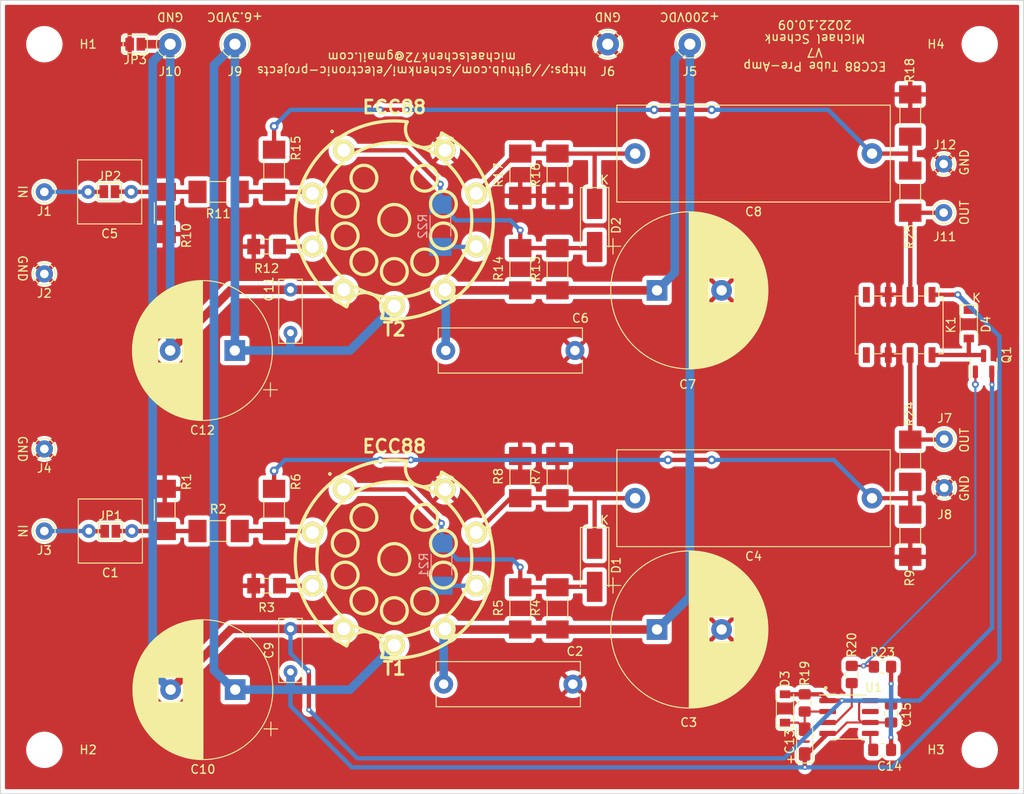
<source format=kicad_pcb>
(kicad_pcb (version 20211014) (generator pcbnew)
  (layers (0 "F.Cu" signal) (31 "B.Cu" signal) (34 "B.Paste" user) (35 "F.Paste" user) (36 "B.SilkS" user "B.Silkscreen") (37 "F.SilkS" user "F.Silkscreen") (38 "B.Mask" user) (39 "F.Mask" user) (44 "Edge.Cuts" user))
  (net 0 "")
  (net 1 "Net-(C1-Pad2)")
  (net 2 "Net-(C1-Pad1)")
  (net 3 "GND")
  (net 4 "VDDA")
  (net 5 "Net-(C4-Pad2)")
  (net 6 "Net-(C4-Pad1)")
  (net 7 "VDDF")
  (net 8 "Net-(R2-Pad1)")
  (net 9 "Net-(R3-Pad1)")
  (net 10 "Net-(C5-Pad2)")
  (net 11 "Net-(C5-Pad1)")
  (net 12 "Net-(C8-Pad2)")
  (net 13 "Net-(C8-Pad1)")
  (net 14 "Net-(R11-Pad1)")
  (net 15 "Net-(R12-Pad1)")
  (net 16 "Net-(D1-Pad2)")
  (net 17 "Net-(D2-Pad2)")
  (net 18 "Net-(R21-Pad2)")
  (net 19 "Net-(R22-Pad2)")
  (net 20 "Net-(C13-Pad2)")
  (net 21 "Net-(C14-Pad1)")
  (net 22 "Net-(D4-Pad2)")
  (net 23 "Net-(J11-Pad1)")
  (net 24 "Net-(Q1-Pad1)")
  (net 25 "Net-(R20-Pad2)")
  (net 26 "Net-(J7-Pad1)")
  (net 30 "FGND")
  (footprint "kicad-snk:TubeNoval-ECC88" (layer "F.Cu") (at 84.43976 135.9789 180)
    (fp_text reference "T1" (at 0 -12.7) (layer "F.SilkS") (effects (font (size 1.524 1.524) (thickness 0.3048))))
    (fp_text value "ECC88" (at 0 13.09878) (layer "F.SilkS") (effects (font (size 1.524 1.524) (thickness 0.3048))))
    (pad "1" thru_hole circle locked (at 5.87756 8.0899 180) (size 2.49936 2.49936) (drill 1.4986) (layers *.Cu *.Mask "F.SilkS") (net 16 "Net-(D1-Pad2)"))
    (pad "2" thru_hole circle locked (at 9.50976 3.0861 180) (size 2.49936 2.49936) (drill 1.4986) (layers *.Cu *.Mask "F.SilkS") (net 8 "Net-(R2-Pad1)"))
    (pad "3" thru_hole circle locked (at 9.50976 -3.0861 180) (size 2.49936 2.49936) (drill 1.4986) (layers *.Cu *.Mask "F.SilkS") (net 9 "Net-(R3-Pad1)"))
    (pad "4" thru_hole circle locked (at 5.87756 -8.0899 180) (size 2.49936 2.49936) (drill 1.4986) (layers *.Cu *.Mask "F.SilkS") (net 30 "FGND"))
    (pad "5" thru_hole circle locked (at 0 -9.99998 180) (size 2.49936 2.49936) (drill 1.4986) (layers *.Cu *.Mask "F.SilkS") (net 7 "VDDF"))
    (pad "6" thru_hole circle locked (at -5.87756 -8.0899 180) (size 2.49936 2.49936) (drill 1.4986) (layers *.Cu *.Mask "F.SilkS") (net 4 "VDDA"))
    (pad "7" thru_hole circle locked (at -9.50976 -3.0861 180) (size 2.49936 2.49936) (drill 1.4986) (layers *.Cu *.Mask "F.SilkS") (net 18 "Net-(R21-Pad2)"))
    (pad "8" thru_hole circle locked (at -9.50976 3.0861 180) (size 2.49936 2.49936) (drill 1.4986) (layers *.Cu *.Mask "F.SilkS") (net 5 "Net-(C4-Pad2)"))
    (pad "9" thru_hole circle locked (at -5.87756 8.0899 180) (size 2.49936 2.49936) (drill 1.4986) (layers *.Cu *.Mask "F.SilkS") (net 3 "GND"))
  )
  (footprint "Capacitor_THT:C_Rect_L7.2mm_W7.2mm_P5.00mm_FKS2_FKP2_MKS2_MKP2" (layer "F.Cu") (at 53.975 132.715 180)
    (fp_text reference "C1" (at 2.5 -4.85) (layer "F.SilkS"))
    (fp_text value "3.3uF")
    (pad "1" thru_hole circle (at 0 0 180) (size 1.6 1.6) (drill 0.8) (layers *.Cu *.Mask) (net 2 "Net-(C1-Pad1)"))
    (pad "2" thru_hole circle (at 5 0 180) (size 1.6 1.6) (drill 0.8) (layers *.Cu *.Mask) (net 1 "Net-(C1-Pad2)"))
  )
  (footprint "Capacitor_THT:C_Rect_L16.5mm_W5.0mm_P15.00mm_MKT" (layer "F.Cu") (at 90.17 150.495)
    (fp_text reference "C2" (at 15.24 -3.81) (layer "F.SilkS"))
    (fp_text value "100nF")
    (pad "1" thru_hole circle (at 0 0) (size 2.2 2.2) (drill 1.1) (layers *.Cu *.Mask) (net 4 "VDDA"))
    (pad "2" thru_hole circle (at 15 0) (size 2.2 2.2) (drill 1.1) (layers *.Cu *.Mask) (net 3 "GND"))
  )
  (footprint "Capacitor_THT:CP_Radial_D18.0mm_P7.50mm" (layer "F.Cu") (at 114.935 144.145)
    (fp_text reference "C3" (at 3.683 10.795) (layer "F.SilkS"))
    (fp_text value "100uF")
    (pad "1" thru_hole rect (at 0 0) (size 2.4 2.4) (drill 1.2) (layers *.Cu *.Mask) (net 4 "VDDA"))
    (pad "2" thru_hole circle (at 7.5 0) (size 2.4 2.4) (drill 1.2) (layers *.Cu *.Mask) (net 3 "GND"))
  )
  (footprint "Capacitor_THT:C_Rect_L31.5mm_W11.0mm_P27.50mm_MKS4" (layer "F.Cu") (at 139.895 128.905 180)
    (fp_text reference "C4" (at 13.75 -6.75) (layer "F.SilkS"))
    (fp_text value "2.2uF")
    (pad "1" thru_hole circle (at 0 0 180) (size 2.4 2.4) (drill 1.2) (layers *.Cu *.Mask) (net 6 "Net-(C4-Pad1)"))
    (pad "2" thru_hole circle (at 27.5 0 180) (size 2.4 2.4) (drill 1.2) (layers *.Cu *.Mask) (net 5 "Net-(C4-Pad2)"))
  )
  (footprint "MountingHole:MountingHole_3.2mm_M3" (layer "F.Cu") (at 43.815 76.2)
    (fp_text reference "H1" (at 5.08 0) (layer "F.SilkS"))
    (fp_text value "MountingHole")
    (pad "" np_thru_hole circle (at 0 0) (size 3.2 3.2) (drill 3.2) (layers *.Cu *.Mask))
  )
  (footprint "MountingHole:MountingHole_3.2mm_M3" (layer "F.Cu") (at 43.815 158.115)
    (fp_text reference "H2" (at 5.08 0) (layer "F.SilkS"))
    (fp_text value "MountingHole")
    (pad "" np_thru_hole circle (at 0 0) (size 3.2 3.2) (drill 3.2) (layers *.Cu *.Mask))
  )
  (footprint "MountingHole:MountingHole_3.2mm_M3" (layer "F.Cu") (at 152.4 158.115)
    (fp_text reference "H3" (at -5.08 0) (layer "F.SilkS"))
    (fp_text value "MountingHole")
    (pad "" np_thru_hole circle (at 0 0) (size 3.2 3.2) (drill 3.2) (layers *.Cu *.Mask))
  )
  (footprint "MountingHole:MountingHole_3.2mm_M3" (layer "F.Cu") (at 152.4 76.2)
    (fp_text reference "H4" (at -5.08 0) (layer "F.SilkS"))
    (fp_text value "MountingHole")
    (pad "" np_thru_hole circle (at 0 0) (size 3.2 3.2) (drill 3.2) (layers *.Cu *.Mask))
  )
  (footprint "Connector_Pin:Pin_D1.0mm_L10.0mm" (layer "F.Cu") (at 43.815 132.715)
    (fp_text reference "J3" (at 0 2.25) (layer "F.SilkS"))
    (fp_text value "Conn_01x01")
    (pad "1" thru_hole circle (at 0 0) (size 2 2) (drill 1) (layers *.Cu *.Mask) (net 1 "Net-(C1-Pad2)"))
  )
  (footprint "Connector_Pin:Pin_D1.0mm_L10.0mm" (layer "F.Cu") (at 43.815 123.19)
    (fp_text reference "J4" (at 0 2.25) (layer "F.SilkS"))
    (fp_text value "Conn_01x01")
    (pad "1" thru_hole circle (at 0 0) (size 2 2) (drill 1) (layers *.Cu *.Mask) (net 3 "GND"))
  )
  (footprint "Connector_Pin:Pin_D1.3mm_L11.0mm" (layer "F.Cu") (at 118.745 76.2)
    (fp_text reference "J5" (at 0 3.175) (layer "F.SilkS"))
    (fp_text value "Conn_01x01")
    (pad "1" thru_hole circle (at 0 0) (size 2.6 2.6) (drill 1.3) (layers *.Cu *.Mask) (net 4 "VDDA"))
  )
  (footprint "Connector_Pin:Pin_D1.3mm_L11.0mm" (layer "F.Cu") (at 109.22 76.2)
    (fp_text reference "J6" (at 0 3.175) (layer "F.SilkS"))
    (fp_text value "Conn_01x01")
    (pad "1" thru_hole circle (at 0 0) (size 2.6 2.6) (drill 1.3) (layers *.Cu *.Mask) (net 3 "GND"))
  )
  (footprint "Connector_Pin:Pin_D1.0mm_L10.0mm" (layer "F.Cu") (at 148.2725 127.6985)
    (fp_text reference "J8" (at 0.0635 3.1115) (layer "F.SilkS"))
    (fp_text value "Conn_01x01")
    (pad "1" thru_hole circle (at 0 0) (size 2 2) (drill 1) (layers *.Cu *.Mask) (net 3 "GND"))
  )
  (footprint "Resistor_SMD:R_MELF_MMB-0207" (layer "F.Cu") (at 57.785 130.265 90)
    (fp_text reference "R1" (at 3.265 2.54 90) (layer "F.SilkS"))
    (fp_text value "1Meg")
    (pad "1" smd rect (at -2.45 0 90) (size 2.1 2.6) (layers "F.Cu" "F.Paste" "F.Mask") (net 2 "Net-(C1-Pad1)"))
    (pad "2" smd rect (at 2.45 0 90) (size 2.1 2.6) (layers "F.Cu" "F.Paste" "F.Mask") (net 3 "GND"))
  )
  (footprint "Resistor_SMD:R_MELF_MMB-0207" (layer "F.Cu") (at 64.045 132.715 180)
    (fp_text reference "R2" (at 0.05 2.54) (layer "F.SilkS"))
    (fp_text value "10k/47k")
    (pad "1" smd rect (at -2.45 0 180) (size 2.1 2.6) (layers "F.Cu" "F.Paste" "F.Mask") (net 8 "Net-(R2-Pad1)"))
    (pad "2" smd rect (at 2.45 0 180) (size 2.1 2.6) (layers "F.Cu" "F.Paste" "F.Mask") (net 2 "Net-(C1-Pad1)"))
  )
  (footprint "Resistor_SMD:R_MiniMELF_MMA-0204" (layer "F.Cu") (at 69.62 139.065 180)
    (fp_text reference "R3" (at 0 -2.54) (layer "F.SilkS"))
    (fp_text value "1.21k")
    (pad "1" smd rect (at -1.5 0 180) (size 1.5 1.8) (layers "F.Cu" "F.Paste" "F.Mask") (net 9 "Net-(R3-Pad1)"))
    (pad "2" smd rect (at 1.5 0 180) (size 1.5 1.8) (layers "F.Cu" "F.Paste" "F.Mask") (net 3 "GND"))
  )
  (footprint "Resistor_SMD:R_MELF_MMB-0207" (layer "F.Cu") (at 103.378 141.695 90)
    (fp_text reference "R4" (at 0.05 -2.54 90) (layer "F.SilkS"))
    (fp_text value "56k")
    (pad "1" smd rect (at -2.45 0 90) (size 2.1 2.6) (layers "F.Cu" "F.Paste" "F.Mask") (net 4 "VDDA"))
    (pad "2" smd rect (at 2.45 0 90) (size 2.1 2.6) (layers "F.Cu" "F.Paste" "F.Mask") (net 16 "Net-(D1-Pad2)"))
  )
  (footprint "Resistor_SMD:R_MELF_MMB-0207" (layer "F.Cu") (at 99.06 141.695 90)
    (fp_text reference "R5" (at 0.05 -2.54 90) (layer "F.SilkS"))
    (fp_text value "39k")
    (pad "1" smd rect (at -2.45 0 90) (size 2.1 2.6) (layers "F.Cu" "F.Paste" "F.Mask") (net 4 "VDDA"))
    (pad "2" smd rect (at 2.45 0 90) (size 2.1 2.6) (layers "F.Cu" "F.Paste" "F.Mask") (net 16 "Net-(D1-Pad2)"))
  )
  (footprint "Resistor_SMD:R_MELF_MMB-0207" (layer "F.Cu") (at 70.485 130.265 -90)
    (fp_text reference "R6" (at -3.265 -2.54 90) (layer "F.SilkS"))
    (fp_text value "22k/100k")
    (pad "1" smd rect (at -2.45 0 270) (size 2.1 2.6) (layers "F.Cu" "F.Paste" "F.Mask") (net 6 "Net-(C4-Pad1)"))
    (pad "2" smd rect (at 2.45 0 270) (size 2.1 2.6) (layers "F.Cu" "F.Paste" "F.Mask") (net 8 "Net-(R2-Pad1)"))
  )
  (footprint "Resistor_SMD:R_MELF_MMB-0207" (layer "F.Cu") (at 103.378 126.455 90)
    (fp_text reference "R7" (at 0.09 -2.54 90) (layer "F.SilkS"))
    (fp_text value "56k")
    (pad "1" smd rect (at -2.45 0 90) (size 2.1 2.6) (layers "F.Cu" "F.Paste" "F.Mask") (net 5 "Net-(C4-Pad2)"))
    (pad "2" smd rect (at 2.45 0 90) (size 2.1 2.6) (layers "F.Cu" "F.Paste" "F.Mask") (net 3 "GND"))
  )
  (footprint "Resistor_SMD:R_MELF_MMB-0207" (layer "F.Cu") (at 99.06 126.455 90)
    (fp_text reference "R8" (at 0.09 -2.54 90) (layer "F.SilkS"))
    (fp_text value "39k")
    (pad "1" smd rect (at -2.45 0 90) (size 2.1 2.6) (layers "F.Cu" "F.Paste" "F.Mask") (net 5 "Net-(C4-Pad2)"))
    (pad "2" smd rect (at 2.45 0 90) (size 2.1 2.6) (layers "F.Cu" "F.Paste" "F.Mask") (net 3 "GND"))
  )
  (footprint "Resistor_SMD:R_MELF_MMB-0207" (layer "F.Cu") (at 144.3355 133.26 90)
    (fp_text reference "R9" (at -4.916 -0.0635 90) (layer "F.SilkS"))
    (fp_text value "1Meg")
    (pad "1" smd rect (at -2.45 0 90) (size 2.1 2.6) (layers "F.Cu" "F.Paste" "F.Mask") (net 3 "GND"))
    (pad "2" smd rect (at 2.45 0 90) (size 2.1 2.6) (layers "F.Cu" "F.Paste" "F.Mask") (net 6 "Net-(C4-Pad1)"))
  )
  (footprint "Capacitor_THT:C_Rect_L7.2mm_W7.2mm_P5.00mm_FKS2_FKP2_MKS2_MKP2" (layer "F.Cu") (at 53.895 93.345 180)
    (fp_text reference "C5" (at 2.5 -4.85) (layer "F.SilkS"))
    (fp_text value "3.3uF")
    (pad "1" thru_hole circle (at 0 0 180) (size 1.6 1.6) (drill 0.8) (layers *.Cu *.Mask) (net 11 "Net-(C5-Pad1)"))
    (pad "2" thru_hole circle (at 5 0 180) (size 1.6 1.6) (drill 0.8) (layers *.Cu *.Mask) (net 10 "Net-(C5-Pad2)"))
  )
  (footprint "Capacitor_THT:C_Rect_L16.5mm_W5.0mm_P15.00mm_MKT" (layer "F.Cu") (at 90.41 111.76)
    (fp_text reference "C6" (at 15.635 -3.75) (layer "F.SilkS"))
    (fp_text value "100nF")
    (pad "1" thru_hole circle (at 0 0) (size 2.2 2.2) (drill 1.1) (layers *.Cu *.Mask) (net 4 "VDDA"))
    (pad "2" thru_hole circle (at 15 0) (size 2.2 2.2) (drill 1.1) (layers *.Cu *.Mask) (net 3 "GND"))
  )
  (footprint "Capacitor_THT:CP_Radial_D18.0mm_P7.50mm" (layer "F.Cu") (at 114.935 104.775)
    (fp_text reference "C7" (at 3.556 10.922) (layer "F.SilkS"))
    (fp_text value "100uF")
    (pad "1" thru_hole rect (at 0 0) (size 2.4 2.4) (drill 1.2) (layers *.Cu *.Mask) (net 4 "VDDA"))
    (pad "2" thru_hole circle (at 7.5 0) (size 2.4 2.4) (drill 1.2) (layers *.Cu *.Mask) (net 3 "GND"))
  )
  (footprint "Capacitor_THT:C_Rect_L31.5mm_W11.0mm_P27.50mm_MKS4" (layer "F.Cu") (at 139.895 88.9 180)
    (fp_text reference "C8" (at 13.75 -6.75) (layer "F.SilkS"))
    (fp_text value "2.2uF")
    (pad "1" thru_hole circle (at 0 0 180) (size 2.4 2.4) (drill 1.2) (layers *.Cu *.Mask) (net 13 "Net-(C8-Pad1)"))
    (pad "2" thru_hole circle (at 27.5 0 180) (size 2.4 2.4) (drill 1.2) (layers *.Cu *.Mask) (net 12 "Net-(C8-Pad2)"))
  )
  (footprint "Connector_Pin:Pin_D1.0mm_L10.0mm" (layer "F.Cu") (at 43.815 93.345)
    (fp_text reference "J1" (at 0 2.25) (layer "F.SilkS"))
    (fp_text value "Conn_01x01")
    (pad "1" thru_hole circle (at 0 0) (size 2 2) (drill 1) (layers *.Cu *.Mask) (net 10 "Net-(C5-Pad2)"))
  )
  (footprint "Connector_Pin:Pin_D1.0mm_L10.0mm" (layer "F.Cu") (at 43.815 102.87)
    (fp_text reference "J2" (at 0 2.25) (layer "F.SilkS"))
    (fp_text value "Conn_01x01")
    (pad "1" thru_hole circle (at 0 0) (size 2 2) (drill 1) (layers *.Cu *.Mask) (net 3 "GND"))
  )
  (footprint "Connector_Pin:Pin_D1.3mm_L11.0mm" (layer "F.Cu") (at 65.9384 76.2)
    (fp_text reference "J9" (at 0 3.175) (layer "F.SilkS"))
    (fp_text value "Conn_01x01")
    (pad "1" thru_hole circle (at 0 0) (size 2.6 2.6) (drill 1.3) (layers *.Cu *.Mask) (net 7 "VDDF"))
  )
  (footprint "Connector_Pin:Pin_D1.3mm_L11.0mm" (layer "F.Cu") (at 58.42 76.2)
    (fp_text reference "J10" (at 0 3.175) (layer "F.SilkS"))
    (fp_text value "Conn_01x01")
    (pad "1" thru_hole circle (at 0 0) (size 2.6 2.6) (drill 1.3) (layers *.Cu *.Mask) (net 30 "FGND"))
  )
  (footprint "Connector_Pin:Pin_D1.0mm_L10.0mm" (layer "F.Cu") (at 148.209 95.758)
    (fp_text reference "J11" (at 0.127 2.794) (layer "F.SilkS"))
    (fp_text value "Conn_01x01")
    (pad "1" thru_hole circle (at 0 0) (size 2 2) (drill 1) (layers *.Cu *.Mask) (net 23 "Net-(J11-Pad1)"))
  )
  (footprint "Connector_Pin:Pin_D1.0mm_L10.0mm" (layer "F.Cu") (at 148.209 90.1065)
    (fp_text reference "J12" (at 0.127 -2.2225) (layer "F.SilkS"))
    (fp_text value "Conn_01x01")
    (pad "1" thru_hole circle (at 0 0) (size 2 2) (drill 1) (layers *.Cu *.Mask) (net 3 "GND"))
  )
  (footprint "Resistor_SMD:R_MELF_MMB-0207" (layer "F.Cu") (at 57.785 95.795 -90)
    (fp_text reference "R10" (at 2.63 -2.54 90) (layer "F.SilkS"))
    (fp_text value "1Meg")
    (pad "1" smd rect (at -2.45 0 270) (size 2.1 2.6) (layers "F.Cu" "F.Paste" "F.Mask") (net 11 "Net-(C5-Pad1)"))
    (pad "2" smd rect (at 2.45 0 270) (size 2.1 2.6) (layers "F.Cu" "F.Paste" "F.Mask") (net 3 "GND"))
  )
  (footprint "Resistor_SMD:R_MELF_MMB-0207" (layer "F.Cu") (at 64.045 93.345 180)
    (fp_text reference "R11" (at 0.05 -2.54) (layer "F.SilkS"))
    (fp_text value "10k/47k")
    (pad "1" smd rect (at -2.45 0 180) (size 2.1 2.6) (layers "F.Cu" "F.Paste" "F.Mask") (net 14 "Net-(R11-Pad1)"))
    (pad "2" smd rect (at 2.45 0 180) (size 2.1 2.6) (layers "F.Cu" "F.Paste" "F.Mask") (net 11 "Net-(C5-Pad1)"))
  )
  (footprint "Resistor_SMD:R_MiniMELF_MMA-0204" (layer "F.Cu") (at 69.62 99.695 180)
    (fp_text reference "R12" (at 0 -2.54) (layer "F.SilkS"))
    (fp_text value "1.21k")
    (pad "1" smd rect (at -1.5 0 180) (size 1.5 1.8) (layers "F.Cu" "F.Paste" "F.Mask") (net 15 "Net-(R12-Pad1)"))
    (pad "2" smd rect (at 1.5 0 180) (size 1.5 1.8) (layers "F.Cu" "F.Paste" "F.Mask") (net 3 "GND"))
  )
  (footprint "Resistor_SMD:R_MELF_MMB-0207" (layer "F.Cu") (at 103.378 102.325 90)
    (fp_text reference "R13" (at 0.09 -2.54 90) (layer "F.SilkS"))
    (fp_text value "56k")
    (pad "1" smd rect (at -2.45 0 90) (size 2.1 2.6) (layers "F.Cu" "F.Paste" "F.Mask") (net 4 "VDDA"))
    (pad "2" smd rect (at 2.45 0 90) (size 2.1 2.6) (layers "F.Cu" "F.Paste" "F.Mask") (net 17 "Net-(D2-Pad2)"))
  )
  (footprint "Resistor_SMD:R_MELF_MMB-0207" (layer "F.Cu") (at 99.06 102.325 90)
    (fp_text reference "R14" (at 0.09 -2.54 90) (layer "F.SilkS"))
    (fp_text value "39k")
    (pad "1" smd rect (at -2.45 0 90) (size 2.1 2.6) (layers "F.Cu" "F.Paste" "F.Mask") (net 4 "VDDA"))
    (pad "2" smd rect (at 2.45 0 90) (size 2.1 2.6) (layers "F.Cu" "F.Paste" "F.Mask") (net 17 "Net-(D2-Pad2)"))
  )
  (footprint "Resistor_SMD:R_MELF_MMB-0207" (layer "F.Cu") (at 70.485 90.895 -90)
    (fp_text reference "R15" (at -2.63 -2.54 90) (layer "F.SilkS"))
    (fp_text value "22k/100k")
    (pad "1" smd rect (at -2.45 0 270) (size 2.1 2.6) (layers "F.Cu" "F.Paste" "F.Mask") (net 13 "Net-(C8-Pad1)"))
    (pad "2" smd rect (at 2.45 0 270) (size 2.1 2.6) (layers "F.Cu" "F.Paste" "F.Mask") (net 14 "Net-(R11-Pad1)"))
  )
  (footprint "Resistor_SMD:R_MELF_MMB-0207" (layer "F.Cu") (at 103.378 91.35 -90)
    (fp_text reference "R16" (at 0.05 2.54 90) (layer "F.SilkS"))
    (fp_text value "56k")
    (pad "1" smd rect (at -2.45 0 270) (size 2.1 2.6) (layers "F.Cu" "F.Paste" "F.Mask") (net 12 "Net-(C8-Pad2)"))
    (pad "2" smd rect (at 2.45 0 270) (size 2.1 2.6) (layers "F.Cu" "F.Paste" "F.Mask") (net 3 "GND"))
  )
  (footprint "Resistor_SMD:R_MELF_MMB-0207" (layer "F.Cu") (at 99.06 91.35 -90)
    (fp_text reference "R17" (at 0.05 2.54 90) (layer "F.SilkS"))
    (fp_text value "39k")
    (pad "1" smd rect (at -2.45 0 270) (size 2.1 2.6) (layers "F.Cu" "F.Paste" "F.Mask") (net 12 "Net-(C8-Pad2)"))
    (pad "2" smd rect (at 2.45 0 270) (size 2.1 2.6) (layers "F.Cu" "F.Paste" "F.Mask") (net 3 "GND"))
  )
  (footprint "Resistor_SMD:R_MELF_MMB-0207" (layer "F.Cu") (at 144.3355 84.4815 90)
    (fp_text reference "R18" (at 5.2335 -0.0635 90) (layer "F.SilkS"))
    (fp_text value "1Meg")
    (pad "1" smd rect (at -2.45 0 90) (size 2.1 2.6) (layers "F.Cu" "F.Paste" "F.Mask") (net 13 "Net-(C8-Pad1)"))
    (pad "2" smd rect (at 2.45 0 90) (size 2.1 2.6) (layers "F.Cu" "F.Paste" "F.Mask") (net 3 "GND"))
  )
  (footprint "kicad-snk:TubeNoval-ECC88" (layer "F.Cu") (at 84.43976 96.6089 180)
    (fp_text reference "T2" (at 0 -12.7) (layer "F.SilkS") (effects (font (size 1.524 1.524) (thickness 0.3048))))
    (fp_text value "ECC88" (at 0 13.09878) (layer "F.SilkS") (effects (font (size 1.524 1.524) (thickness 0.3048))))
    (pad "1" thru_hole circle locked (at 5.87756 8.0899 180) (size 2.49936 2.49936) (drill 1.4986) (layers *.Cu *.Mask "F.SilkS") (net 17 "Net-(D2-Pad2)"))
    (pad "2" thru_hole circle locked (at 9.50976 3.0861 180) (size 2.49936 2.49936) (drill 1.4986) (layers *.Cu *.Mask "F.SilkS") (net 14 "Net-(R11-Pad1)"))
    (pad "3" thru_hole circle locked (at 9.50976 -3.0861 180) (size 2.49936 2.49936) (drill 1.4986) (layers *.Cu *.Mask "F.SilkS") (net 15 "Net-(R12-Pad1)"))
    (pad "4" thru_hole circle locked (at 5.87756 -8.0899 180) (size 2.49936 2.49936) (drill 1.4986) (layers *.Cu *.Mask "F.SilkS") (net 30 "FGND"))
    (pad "5" thru_hole circle locked (at 0 -9.99998 180) (size 2.49936 2.49936) (drill 1.4986) (layers *.Cu *.Mask "F.SilkS") (net 7 "VDDF"))
    (pad "6" thru_hole circle locked (at -5.87756 -8.0899 180) (size 2.49936 2.49936) (drill 1.4986) (layers *.Cu *.Mask "F.SilkS") (net 4 "VDDA"))
    (pad "7" thru_hole circle locked (at -9.50976 -3.0861 180) (size 2.49936 2.49936) (drill 1.4986) (layers *.Cu *.Mask "F.SilkS") (net 19 "Net-(R22-Pad2)"))
    (pad "8" thru_hole circle locked (at -9.50976 3.0861 180) (size 2.49936 2.49936) (drill 1.4986) (layers *.Cu *.Mask "F.SilkS") (net 12 "Net-(C8-Pad2)"))
    (pad "9" thru_hole circle locked (at -5.87756 8.0899 180) (size 2.49936 2.49936) (drill 1.4986) (layers *.Cu *.Mask "F.SilkS") (net 3 "GND"))
  )
  (footprint "Capacitor_THT:C_Rect_L7.2mm_W2.5mm_P5.00mm_FKS2_FKP2_MKS2_MKP2" (layer "F.Cu") (at 72.39 149.0688 90)
    (fp_text reference "C9" (at 2.5 -2.5 90) (layer "F.SilkS"))
    (fp_text value "100nF")
    (pad "1" thru_hole circle (at 0 0 90) (size 1.6 1.6) (drill 0.8) (layers *.Cu *.Mask) (net 7 "VDDF"))
    (pad "2" thru_hole circle (at 5 0 90) (size 1.6 1.6) (drill 0.8) (layers *.Cu *.Mask) (net 30 "FGND"))
  )
  (footprint "Capacitor_THT:CP_Radial_D16.0mm_P7.50mm" (layer "F.Cu") (at 65.9708 151.13 180)
    (fp_text reference "C10" (at 3.75 -9.25) (layer "F.SilkS"))
    (fp_text value "2200uF")
    (pad "1" thru_hole rect (at 0 0 180) (size 2.4 2.4) (drill 1.2) (layers *.Cu *.Mask) (net 7 "VDDF"))
    (pad "2" thru_hole circle (at 7.5 0 180) (size 2.4 2.4) (drill 1.2) (layers *.Cu *.Mask) (net 30 "FGND"))
  )
  (footprint "Capacitor_THT:C_Rect_L7.2mm_W2.5mm_P5.00mm_FKS2_FKP2_MKS2_MKP2" (layer "F.Cu") (at 72.39 109.6988 90)
    (fp_text reference "C11" (at 5.08 -2.5 90) (layer "F.SilkS"))
    (fp_text value "100nF")
    (pad "1" thru_hole circle (at 0 0 90) (size 1.6 1.6) (drill 0.8) (layers *.Cu *.Mask) (net 7 "VDDF"))
    (pad "2" thru_hole circle (at 5 0 90) (size 1.6 1.6) (drill 0.8) (layers *.Cu *.Mask) (net 30 "FGND"))
  )
  (footprint "Capacitor_THT:CP_Radial_D16.0mm_P7.50mm" (layer "F.Cu") (at 65.92 111.76 180)
    (fp_text reference "C12" (at 3.75 -9.25) (layer "F.SilkS"))
    (fp_text value "2200uF")
    (pad "1" thru_hole rect (at 0 0 180) (size 2.4 2.4) (drill 1.2) (layers *.Cu *.Mask) (net 7 "VDDF"))
    (pad "2" thru_hole circle (at 7.5 0 180) (size 2.4 2.4) (drill 1.2) (layers *.Cu *.Mask) (net 30 "FGND"))
  )
  (footprint "Diode_SMD:D_SMA_Handsoldering" (layer "F.Cu") (at 107.696 136.692 -90)
    (fp_text reference "D1" (at 0 -2.5 90) (layer "F.SilkS"))
    (fp_text value "1N4007")
    (pad "1" smd rect (at -2.5 0 270) (size 3.5 1.8) (layers "F.Cu" "F.Paste" "F.Mask") (net 5 "Net-(C4-Pad2)"))
    (pad "2" smd rect (at 2.5 0 270) (size 3.5 1.8) (layers "F.Cu" "F.Paste" "F.Mask") (net 16 "Net-(D1-Pad2)"))
  )
  (footprint "Diode_SMD:D_SMA_Handsoldering" (layer "F.Cu") (at 107.696 97.242 -90)
    (fp_text reference "D2" (at 0 -2.5 90) (layer "F.SilkS"))
    (fp_text value "1N4007")
    (pad "1" smd rect (at -2.5 0 270) (size 3.5 1.8) (layers "F.Cu" "F.Paste" "F.Mask") (net 12 "Net-(C8-Pad2)"))
    (pad "2" smd rect (at 2.5 0 270) (size 3.5 1.8) (layers "F.Cu" "F.Paste" "F.Mask") (net 17 "Net-(D2-Pad2)"))
  )
  (footprint "Relay_SMD:Relay_DPDT_Omron_G6K-2F" (layer "F.Cu") (at 143.0528 108.783 -90)
    (fp_text reference "K1" (at 0 -6 -90) (layer "F.SilkS"))
    (fp_text value "G6K-2F-TR DC6")
    (pad "1" smd rect (at -3.5 -3.81 270) (size 1.8 0.8) (layers "F.Cu" "F.Paste" "F.Mask") (net 7 "VDDF"))
    (pad "2" smd rect (at -3.5 -1.27 270) (size 1.8 0.8) (layers "F.Cu" "F.Paste" "F.Mask") (net 23 "Net-(J11-Pad1)"))
    (pad "3" smd rect (at -3.5 1.27 270) (size 1.8 0.8) (layers "F.Cu" "F.Paste" "F.Mask") (net 3 "GND"))
    (pad "4" smd rect (at -3.5 3.81 270) (size 1.8 0.8) (layers "F.Cu" "F.Paste" "F.Mask"))
    (pad "5" smd rect (at 3.5 3.81 270) (size 1.8 0.8) (layers "F.Cu" "F.Paste" "F.Mask"))
    (pad "6" smd rect (at 3.5 1.27 270) (size 1.8 0.8) (layers "F.Cu" "F.Paste" "F.Mask") (net 3 "GND"))
    (pad "7" smd rect (at 3.5 -1.27 270) (size 1.8 0.8) (layers "F.Cu" "F.Paste" "F.Mask") (net 26 "Net-(J7-Pad1)"))
    (pad "8" smd rect (at 3.5 -3.81 270) (size 1.8 0.8) (layers "F.Cu" "F.Paste" "F.Mask") (net 22 "Net-(D4-Pad2)"))
  )
  (footprint "Capacitor_Tantalum_SMD:CP_EIA-3216-12_Kemet-S_Pad1.58x1.35mm_HandSolder" (layer "F.Cu") (at 132.08 157.1601 90)
    (fp_text reference "C13" (at 0 -1.75 90) (layer "F.SilkS"))
    (fp_text value "15uF/25V")
    (pad "1" smd roundrect (at -1.4375 0 90) (size 1.575 1.35) (layers "F.Cu" "F.Paste" "F.Mask") (roundrect_rratio 0.1851851852) (net 7 "VDDF"))
    (pad "2" smd roundrect (at 1.4375 0 90) (size 1.575 1.35) (layers "F.Cu" "F.Paste" "F.Mask") (roundrect_rratio 0.1851851852) (net 20 "Net-(C13-Pad2)"))
  )
  (footprint "Capacitor_SMD:C_0805_2012Metric_Pad1.18x1.45mm_HandSolder" (layer "F.Cu") (at 141.0716 158.115)
    (fp_text reference "C14" (at 0.8675 1.905) (layer "F.SilkS"))
    (fp_text value "100nF/50V")
    (pad "1" smd roundrect (at -1.0375 0) (size 1.175 1.45) (layers "F.Cu" "F.Paste" "F.Mask") (roundrect_rratio 0.2127659574) (net 21 "Net-(C14-Pad1)"))
    (pad "2" smd roundrect (at 1.0375 0) (size 1.175 1.45) (layers "F.Cu" "F.Paste" "F.Mask") (roundrect_rratio 0.2127659574) (net 30 "FGND"))
  )
  (footprint "Capacitor_SMD:C_0805_2012Metric_Pad1.18x1.45mm_HandSolder" (layer "F.Cu") (at 142.113 153.9025 90)
    (fp_text reference "C15" (at -0.1485 1.778 90) (layer "F.SilkS"))
    (fp_text value "100nF/50V")
    (pad "1" smd roundrect (at -1.0375 0 90) (size 1.175 1.45) (layers "F.Cu" "F.Paste" "F.Mask") (roundrect_rratio 0.2127659574) (net 7 "VDDF"))
    (pad "2" smd roundrect (at 1.0375 0 90) (size 1.175 1.45) (layers "F.Cu" "F.Paste" "F.Mask") (roundrect_rratio 0.2127659574) (net 30 "FGND"))
  )
  (footprint "Diode_SMD:D_SOD-123" (layer "F.Cu") (at 129.794 153.3144 90)
    (fp_text reference "D3" (at 3.429 0 90) (layer "F.SilkS"))
    (fp_text value "1N4148W")
    (pad "1" smd rect (at -1.65 0 90) (size 0.9 1.2) (layers "F.Cu" "F.Paste" "F.Mask") (net 20 "Net-(C13-Pad2)"))
    (pad "2" smd rect (at 1.65 0 90) (size 0.9 1.2) (layers "F.Cu" "F.Paste" "F.Mask") (net 30 "FGND"))
  )
  (footprint "Diode_SMD:D_SOD-123" (layer "F.Cu") (at 151.13 108.712 -90)
    (fp_text reference "D4" (at 0 -2 90) (layer "F.SilkS"))
    (fp_text value "1N4148W")
    (pad "1" smd rect (at -1.65 0 270) (size 0.9 1.2) (layers "F.Cu" "F.Paste" "F.Mask") (net 7 "VDDF"))
    (pad "2" smd rect (at 1.65 0 270) (size 0.9 1.2) (layers "F.Cu" "F.Paste" "F.Mask") (net 22 "Net-(D4-Pad2)"))
  )
  (footprint "Package_TO_SOT_SMD:SOT-23" (layer "F.Cu") (at 152.847 113.3 90)
    (fp_text reference "Q1" (at 1.032 2.667 90) (layer "F.SilkS"))
    (fp_text value "MMBT3904")
    (pad "1" smd roundrect (at -0.9375 -0.95 90) (size 1.475 0.6) (layers "F.Cu" "F.Paste" "F.Mask") (net 24 "Net-(Q1-Pad1)"))
    (pad "2" smd roundrect (at -0.9375 0.95 90) (size 1.475 0.6) (layers "F.Cu" "F.Paste" "F.Mask") (net 30 "FGND"))
    (pad "3" smd roundrect (at 0.9375 0 90) (size 1.475 0.6) (layers "F.Cu" "F.Paste" "F.Mask") (net 22 "Net-(D4-Pad2)"))
  )
  (footprint "Resistor_SMD:R_0805_2012Metric_Pad1.20x1.40mm_HandSolder" (layer "F.Cu") (at 132.08 152.67 90)
    (fp_text reference "R19" (at 3.445 0 90) (layer "F.SilkS"))
    (fp_text value "2Meg")
    (pad "1" smd roundrect (at -1 0 90) (size 1.2 1.4) (layers "F.Cu" "F.Paste" "F.Mask") (roundrect_rratio 0.2083333333) (net 20 "Net-(C13-Pad2)"))
    (pad "2" smd roundrect (at 1 0 90) (size 1.2 1.4) (layers "F.Cu" "F.Paste" "F.Mask") (roundrect_rratio 0.2083333333) (net 30 "FGND"))
  )
  (footprint "Resistor_SMD:R_0805_2012Metric_Pad1.20x1.40mm_HandSolder" (layer "F.Cu") (at 137.541 149.368 -90)
    (fp_text reference "R20" (at -3.445 0 90) (layer "F.SilkS"))
    (fp_text value "2.49k")
    (pad "1" smd roundrect (at -1 0 270) (size 1.2 1.4) (layers "F.Cu" "F.Paste" "F.Mask") (roundrect_rratio 0.2083333333) (net 24 "Net-(Q1-Pad1)"))
    (pad "2" smd roundrect (at 1 0 270) (size 1.2 1.4) (layers "F.Cu" "F.Paste" "F.Mask") (roundrect_rratio 0.2083333333) (net 25 "Net-(R20-Pad2)"))
  )
  (footprint "Resistor_SMD:R_0805_2012Metric_Pad1.20x1.40mm_HandSolder" (layer "F.Cu") (at 141.113 148.463)
    (fp_text reference "R23" (at 0 -1.65) (layer "F.SilkS"))
    (fp_text value "2.49k")
    (pad "1" smd roundrect (at -1 0) (size 1.2 1.4) (layers "F.Cu" "F.Paste" "F.Mask") (roundrect_rratio 0.2083333333) (net 24 "Net-(Q1-Pad1)"))
    (pad "2" smd roundrect (at 1 0) (size 1.2 1.4) (layers "F.Cu" "F.Paste" "F.Mask") (roundrect_rratio 0.2083333333) (net 30 "FGND"))
  )
  (footprint "Package_SO:SOIC-8_3.9x4.9mm_P1.27mm" (layer "F.Cu") (at 137.222 154.305)
    (fp_text reference "U1" (at 2.859 -3.429) (layer "F.SilkS"))
    (fp_text value "TLC555xD")
    (pad "1" smd roundrect (at -2.475 -1.905) (size 1.95 0.6) (layers "F.Cu" "F.Paste" "F.Mask") (net 30 "FGND"))
    (pad "2" smd roundrect (at -2.475 -0.635) (size 1.95 0.6) (layers "F.Cu" "F.Paste" "F.Mask") (net 20 "Net-(C13-Pad2)"))
    (pad "3" smd roundrect (at -2.475 0.635) (size 1.95 0.6) (layers "F.Cu" "F.Paste" "F.Mask") (net 25 "Net-(R20-Pad2)"))
    (pad "4" smd roundrect (at -2.475 1.905) (size 1.95 0.6) (layers "F.Cu" "F.Paste" "F.Mask") (net 7 "VDDF"))
    (pad "5" smd roundrect (at 2.475 1.905) (size 1.95 0.6) (layers "F.Cu" "F.Paste" "F.Mask") (net 21 "Net-(C14-Pad1)"))
    (pad "6" smd roundrect (at 2.475 0.635) (size 1.95 0.6) (layers "F.Cu" "F.Paste" "F.Mask") (net 7 "VDDF"))
    (pad "7" smd roundrect (at 2.475 -0.635) (size 1.95 0.6) (layers "F.Cu" "F.Paste" "F.Mask"))
    (pad "8" smd roundrect (at 2.475 -1.905) (size 1.95 0.6) (layers "F.Cu" "F.Paste" "F.Mask") (net 7 "VDDF"))
  )
  (footprint "Resistor_SMD:R_MELF_MMB-0207" (layer "F.Cu") (at 144.3355 124.55 -90)
    (fp_text reference "R24" (at -5.424 0.0635 90) (layer "F.SilkS"))
    (fp_text value "470R")
    (pad "1" smd rect (at -2.45 0 270) (size 2.1 2.6) (layers "F.Cu" "F.Paste" "F.Mask") (net 26 "Net-(J7-Pad1)"))
    (pad "2" smd rect (at 2.45 0 270) (size 2.1 2.6) (layers "F.Cu" "F.Paste" "F.Mask") (net 6 "Net-(C4-Pad1)"))
  )
  (footprint "Resistor_SMD:R_MELF_MMB-0207" (layer "F.Cu") (at 144.3355 93.3185 90)
    (fp_text reference "R25" (at -5.2335 -0.0635 90) (layer "F.SilkS"))
    (fp_text value "470R")
    (pad "1" smd rect (at -2.45 0 90) (size 2.1 2.6) (layers "F.Cu" "F.Paste" "F.Mask") (net 23 "Net-(J11-Pad1)"))
    (pad "2" smd rect (at 2.45 0 90) (size 2.1 2.6) (layers "F.Cu" "F.Paste" "F.Mask") (net 13 "Net-(C8-Pad1)"))
  )
  (footprint "Connector_Pin:Pin_D1.0mm_L10.0mm" (layer "F.Cu") (at 148.2725 122.047)
    (fp_text reference "J7" (at 0.0635 -2.413) (layer "F.SilkS"))
    (fp_text value "Conn_01x01")
    (pad "1" thru_hole circle (at 0 0) (size 2 2) (drill 1) (layers *.Cu *.Mask) (net 26 "Net-(J7-Pad1)"))
  )
  (footprint "Jumper:SolderJumper-2_P1.3mm_Open_Pad1.0x1.5mm" (layer "F.Cu") (at 51.3692 93.3196)
    (fp_text reference "JP2" (at 0 -1.8) (layer "F.SilkS"))
    (fp_text value "SolderJumper_2_Open")
    (pad "1" smd rect (at -0.65 0) (size 1 1.5) (layers "F.Cu" "F.Mask") (net 10 "Net-(C5-Pad2)"))
    (pad "2" smd rect (at 0.65 0) (size 1 1.5) (layers "F.Cu" "F.Mask") (net 11 "Net-(C5-Pad1)"))
  )
  (footprint "Jumper:SolderJumper-2_P1.3mm_Open_Pad1.0x1.5mm" (layer "F.Cu") (at 51.4708 132.7404)
    (fp_text reference "JP1" (at 0 -1.8) (layer "F.SilkS"))
    (fp_text value "SolderJumper_2_Open")
    (pad "1" smd rect (at -0.65 0) (size 1 1.5) (layers "F.Cu" "F.Mask") (net 1 "Net-(C1-Pad2)"))
    (pad "2" smd rect (at 0.65 0) (size 1 1.5) (layers "F.Cu" "F.Mask") (net 2 "Net-(C1-Pad1)"))
  )
  (footprint "Jumper:SolderJumper-2_P1.3mm_Open_Pad1.0x1.5mm" (layer "F.Cu") (at 54.3664 76.2 180)
    (fp_text reference "JP3" (at 0 -1.8) (layer "F.SilkS"))
    (fp_text value "SolderJumper_2_Open")
    (pad "1" smd rect (at -0.65 0 180) (size 1 1.5) (layers "F.Cu" "F.Mask") (net 30 "FGND"))
    (pad "2" smd rect (at 0.65 0 180) (size 1 1.5) (layers "F.Cu" "F.Mask") (net 3 "GND"))
  )
  (footprint "Resistor_SMD:R_MELF_MMB-0207" (layer "B.Cu") (at 89.789 97.282 -90)
    (fp_text reference "R22" (at 0.05 2.05 -90) (layer "B.SilkS") (effects (justify mirror)))
    (fp_text value "100R")
    (pad "1" smd rect (at -2.45 0 270) (size 2.1 2.6) (layers "B.Cu" "B.Paste" "B.Mask") (net 17 "Net-(D2-Pad2)"))
    (pad "2" smd rect (at 2.45 0 270) (size 2.1 2.6) (layers "B.Cu" "B.Paste" "B.Mask") (net 19 "Net-(R22-Pad2)"))
  )
  (footprint "Resistor_SMD:R_MELF_MMB-0207" (layer "B.Cu") (at 89.916 136.615 -90)
    (fp_text reference "R21" (at 0.05 2.05 90) (layer "B.SilkS") (effects (justify mirror)))
    (fp_text value "100R")
    (pad "1" smd rect (at -2.45 0 270) (size 2.1 2.6) (layers "B.Cu" "B.Paste" "B.Mask") (net 16 "Net-(D1-Pad2)"))
    (pad "2" smd rect (at 2.45 0 270) (size 2.1 2.6) (layers "B.Cu" "B.Paste" "B.Mask") (net 18 "Net-(R21-Pad2)"))
  )
  (gr_line (start 157.48 71.12) (end 157.48 163.195) (layer "Edge.Cuts") (width 0.1))
  (gr_line (start 38.735 71.12) (end 157.48 71.12) (layer "Edge.Cuts") (width 0.1))
  (gr_line (start 38.735 163.195) (end 38.735 71.12) (layer "Edge.Cuts") (width 0.1))
  (gr_line (start 157.48 163.195) (end 38.735 163.195) (layer "Edge.Cuts") (width 0.1))
  (gr_text "IN" (at 41.275 132.715 270) (layer "F.SilkS") (effects (font (size 1 1))))
  (gr_text "GND" (at 41.275 123.19 270) (layer "F.SilkS") (effects (font (size 1 1))))
  (gr_text "GND" (at 41.275 102.235 270) (layer "F.SilkS") (effects (font (size 1 1))))
  (gr_text "GND" (at 150.622 89.916 90) (layer "F.SilkS") (effects (font (size 1 1))))
  (gr_text "GND" (at 150.622 127.762 90) (layer "F.SilkS") (effects (font (size 1 1))))
  (gr_text "OUT" (at 150.622 122.174 90) (layer "F.SilkS") (effects (font (size 1 1))))
  (gr_text "OUT" (at 150.622 95.758 90) (layer "F.SilkS") (effects (font (size 1 1))))
  (gr_text "+200VDC" (at 118.745 73.025 180) (layer "F.SilkS") (effects (font (size 1 1))))
  (gr_text "+6.3VDC" (at 65.9384 73.025 180) (layer "F.SilkS") (effects (font (size 1 1))))
  (gr_text "GND" (at 109.22 73.025 180) (layer "F.SilkS") (effects (font (size 1 1))))
  (gr_text "GND" (at 58.42 73.025 180) (layer "F.SilkS") (effects (font (size 1 1))))
  (gr_text "K" (at 108.839 131.445) (layer "F.SilkS") (effects (font (size 1 1))))
  (gr_text "K" (at 152.019 105.664) (layer "F.SilkS") (effects (font (size 1 1))))
  (gr_text "°" (at 76.962 126.492) (layer "F.SilkS") (effects (font (size 1 1))))
  (gr_text "°" (at 77.216 86.741) (layer "F.SilkS") (effects (font (size 1 1))))
  (gr_text "IN" (at 41.275 93.345 270) (layer "F.SilkS") (effects (font (size 1 1))))
  (gr_text "ECC88 Tube Pre-Amp\nV7\nMichael Schenk\n2022.10.09" (at 133.2484 76.3524 180) (layer "F.SilkS") (effects (font (size 1 1))))
  (gr_text "https://github.com/schenkmi/electronic-projects\nmichaelschenk72@gmail.com" (at 87.63 78.486 180) (layer "F.SilkS") (effects (font (size 1 1))))
  (gr_text "+" (at 130.5052 159.1564) (layer "F.SilkS") (effects (font (size 1 1))))
  (gr_text "K" (at 108.839 91.948) (layer "F.SilkS") (effects (font (size 1 1))))
  (gr_text "°" (at 134.5184 151.3332) (layer "F.SilkS") (effects (font (size 1 1))))
  (segment (start 50.8208 132.7404) (end 49.0004 132.7404) (width 0.5) (layer "F.Cu") (net 1))
  (segment (start 43.815 132.715) (end 48.975 132.715) (width 0.5) (layer "B.Cu") (net 1))
  (segment (start 53.975 132.715) (end 52.1462 132.715) (width 0.5) (layer "F.Cu") (net 2))
  (segment (start 53.975 132.715) (end 57.785 132.715) (width 0.5) (layer "F.Cu") (net 2))
  (segment (start 57.785 132.715) (end 61.595 132.715) (width 0.5) (layer "F.Cu") (net 2))
  (segment (start 103.378 144.145) (end 114.935 144.145) (width 1) (layer "F.Cu") (net 4))
  (segment (start 103.378 104.775) (end 114.935 104.775) (width 1) (layer "F.Cu") (net 4))
  (segment (start 103.378 104.775) (end 99.06 104.775) (width 1) (layer "F.Cu") (net 4))
  (segment (start 103.378 144.145) (end 99.06 144.145) (width 1) (layer "F.Cu") (net 4))
  (segment (start 99.06 144.145) (end 90.39352 144.145) (width 1) (layer "F.Cu") (net 4))
  (segment (start 99.06 104.775) (end 90.39352 104.775) (width 1) (layer "F.Cu") (net 4))
  (segment (start 90.41 111.76) (end 90.41 104.79148) (width 1) (layer "B.Cu") (net 4))
  (segment (start 118.745 140.335) (end 118.745 76.2) (width 1) (layer "B.Cu") (net 4))
  (segment (start 90.17 150.495) (end 90.17 144.21612) (width 1) (layer "B.Cu") (net 4))
  (segment (start 116.9924 102.7176) (end 116.9924 77.9526) (width 1) (layer "B.Cu") (net 4))
  (segment (start 116.9924 77.9526) (end 118.745 76.2) (width 1) (layer "B.Cu") (net 4))
  (segment (start 114.935 104.775) (end 116.9924 102.7176) (width 1) (layer "B.Cu") (net 4))
  (segment (start 118.745 140.335) (end 114.935 144.145) (width 1) (layer "B.Cu") (net 4))
  (segment (start 97.93732 128.905) (end 99.06 128.905) (width 0.5) (layer "F.Cu") (net 5))
  (segment (start 93.94952 132.8928) (end 97.93732 128.905) (width 0.5) (layer "F.Cu") (net 5))
  (segment (start 107.696 129.032) (end 107.823 128.905) (width 0.5) (layer "F.Cu") (net 5))
  (segment (start 99.06 128.905) (end 103.378 128.905) (width 0.5) (layer "F.Cu") (net 5))
  (segment (start 107.823 128.905) (end 112.395 128.905) (width 0.5) (layer "F.Cu") (net 5))
  (segment (start 103.378 128.905) (end 107.823 128.905) (width 0.5) (layer "F.Cu") (net 5))
  (segment (start 107.696 134.192) (end 107.696 129.032) (width 0.5) (layer "F.Cu") (net 5))
  (segment (start 139.895 128.905) (end 144.272 128.905) (width 0.5) (layer "F.Cu") (net 6))
  (segment (start 121.285 124.46) (end 116.205 124.46) (width 0.5) (layer "F.Cu") (net 6))
  (segment (start 70.485 125.73) (end 70.485 127.815) (width 0.5) (layer "F.Cu") (net 6))
  (segment (start 144.3355 130.81) (end 144.3355 127) (width 0.5) (layer "F.Cu") (net 6))
  (segment (start 82.804 124.46) (end 86.36 124.46) (width 0.5) (layer "F.Cu") (net 6))
  (via (at 121.285 124.46) (size 1) (drill 0.5) (layers "F.Cu" "B.Cu") (net 6))
  (via (at 70.485 125.73) (size 1) (drill 0.5) (layers "F.Cu" "B.Cu") (net 6))
  (via (at 116.205 124.46) (size 1) (drill 0.5) (layers "F.Cu" "B.Cu") (net 6))
  (via (at 86.36 124.46) (size 0.8) (drill 0.4) (layers "F.Cu" "B.Cu") (net 6))
  (via (at 82.804 124.46) (size 0.8) (drill 0.4) (layers "F.Cu" "B.Cu") (net 6))
  (segment (start 86.36 124.46) (end 116.205 124.46) (width 0.5) (layer "B.Cu") (net 6))
  (segment (start 71.755 124.46) (end 70.485 125.73) (width 0.5) (layer "B.Cu") (net 6))
  (segment (start 121.285 124.46) (end 135.45 124.46) (width 0.5) (layer "B.Cu") (net 6))
  (segment (start 71.755 124.46) (end 82.804 124.46) (width 0.5) (layer "B.Cu") (net 6))
  (segment (start 135.45 124.46) (end 139.895 128.905) (width 0.5) (layer "B.Cu") (net 6))
  (segment (start 138.39699 152.72501) (end 138.39699 154.61499) (width 0.25) (layer "F.Cu") (net 7))
  (segment (start 139.697 152.4) (end 138.722 152.4) (width 0.25) (layer "F.Cu") (net 7))
  (segment (start 135.722 156.21) (end 136.992 154.94) (width 0.25) (layer "F.Cu") (net 7))
  (segment (start 132.08 160.1216) (end 132.1054 160.147) (width 0.5) (layer "F.Cu") (net 7))
  (segment (start 138.722 152.4) (end 138.39699 152.72501) (width 0.25) (layer "F.Cu") (net 7))
  (segment (start 151.13 107.062) (end 151.13 106.553) (width 0.5) (layer "F.Cu") (net 7))
  (segment (start 132.08 158.5976) (end 132.08 160.1216) (width 0.5) (layer "F.Cu") (net 7))
  (segment (start 134.747 156.21) (end 135.722 156.21) (width 0.25) (layer "F.Cu") (net 7))
  (segment (start 151.13 106.553) (end 149.86 105.283) (width 0.5) (layer "F.Cu") (net 7))
  (segment (start 142.113 154.94) (end 139.697 154.94) (width 0.25) (layer "F.Cu") (net 7))
  (segment (start 136.992 154.94) (end 139.697 154.94) (width 0.25) (layer "F.Cu") (net 7))
  (segment (start 149.86 105.283) (end 146.8628 105.283) (width 0.5) (layer "F.Cu") (net 7))
  (segment (start 138.722 154.94) (end 139.697 154.94) (width 0.25) (layer "F.Cu") (net 7))
  (segment (start 138.39699 154.61499) (end 138.722 154.94) (width 0.25) (layer "F.Cu") (net 7))
  (segment (start 132.3594 158.5976) (end 134.747 156.21) (width 0.5) (layer "F.Cu") (net 7))
  (via (at 132.1054 160.147) (size 0.6) (drill 0.3) (layers "F.Cu" "B.Cu") (net 7))
  (via (at 149.86 105.283) (size 0.8) (drill 0.4) (layers "F.Cu" "B.Cu") (net 7))
  (segment (start 132.1054 160.147) (end 79.5274 160.147) (width 0.5) (layer "B.Cu") (net 7))
  (segment (start 63.5 148.844) (end 63.5 78.6384) (width 1) (layer "B.Cu") (net 7))
  (segment (start 72.39 109.6988) (end 72.39 111.7092) (width 1) (layer "B.Cu") (net 7))
  (segment (start 72.39 149.0688) (end 72.39 150.8252) (width 1) (layer "B.Cu") (net 7))
  (segment (start 72.39 111.7092) (end 72.4408 111.76) (width 1) (layer "B.Cu") (net 7))
  (segment (start 79.28864 111.76) (end 84.43976 106.60888) (width 1) (layer "B.Cu") (net 7))
  (segment (start 154.686 147.701) (end 154.686 110.109) (width 0.5) (layer "B.Cu") (net 7))
  (segment (start 72.39 153.0096) (end 72.39 150.8252) (width 0.5) (layer "B.Cu") (net 7))
  (segment (start 72.39 150.8252) (end 72.6948 151.13) (width 1) (layer "B.Cu") (net 7))
  (segment (start 142.24 160.147) (end 154.686 147.701) (width 0.5) (layer "B.Cu") (net 7))
  (segment (start 72.4408 111.76) (end 79.28864 111.76) (width 1) (layer "B.Cu") (net 7))
  (segment (start 65.92 111.76) (end 72.4408 111.76) (width 1) (layer "B.Cu") (net 7))
  (segment (start 65.9708 151.13) (end 72.6948 151.13) (width 1) (layer "B.Cu") (net 7))
  (segment (start 79.5274 160.147) (end 72.39 153.0096) (width 0.5) (layer "B.Cu") (net 7))
  (segment (start 154.686 110.109) (end 149.86 105.283) (width 0.5) (layer "B.Cu") (net 7))
  (segment (start 63.5 78.6384) (end 65.9384 76.2) (width 1) (layer "B.Cu") (net 7))
  (segment (start 79.28864 151.13) (end 84.43976 145.97888) (width 1) (layer "B.Cu") (net 7))
  (segment (start 132.1054 160.147) (end 142.24 160.147) (width 0.5) (layer "B.Cu") (net 7))
  (segment (start 65.786 151.13) (end 63.5 148.844) (width 1) (layer "B.Cu") (net 7))
  (segment (start 65.9384 76.2) (end 65.9384 111.7416) (width 1) (layer "B.Cu") (net 7))
  (segment (start 72.6948 151.13) (end 79.28864 151.13) (width 1) (layer "B.Cu") (net 7))
  (segment (start 70.485 132.715) (end 74.7522 132.715) (width 0.5) (layer "F.Cu") (net 8))
  (segment (start 66.495 132.715) (end 70.485 132.715) (width 0.5) (layer "F.Cu") (net 8))
  (segment (start 71.12 139.065) (end 74.93 139.065) (width 0.5) (layer "F.Cu") (net 9))
  (segment (start 48.895 93.345) (end 50.6938 93.345) (width 0.5) (layer "F.Cu") (net 10))
  (segment (start 43.815 93.345) (end 48.895 93.345) (width 0.5) (layer "B.Cu") (net 10))
  (segment (start 53.895 93.345) (end 57.785 93.345) (width 0.5) (layer "F.Cu") (net 11))
  (segment (start 52.0192 93.3196) (end 53.8696 93.3196) (width 0.5) (layer "F.Cu") (net 11))
  (segment (start 57.785 93.345) (end 61.595 93.345) (width 0.5) (layer "F.Cu") (net 11))
  (segment (start 107.696 88.9) (end 112.395 88.9) (width 0.5) (layer "F.Cu") (net 12))
  (segment (start 103.378 88.9) (end 99.06 88.9) (width 0.5) (layer "F.Cu") (net 12))
  (segment (start 103.378 88.9) (end 107.696 88.9) (width 0.5) (layer "F.Cu") (net 12))
  (segment (start 93.94952 93.5228) (end 98.57232 88.9) (width 0.5) (layer "F.Cu") (net 12))
  (segment (start 107.696 94.742) (end 107.696 88.9) (width 0.5) (layer "F.Cu") (net 12))
  (segment (start 144.3355 88.8365) (end 144.3355 90.8685) (width 0.5) (layer "F.Cu") (net 13))
  (segment (start 114.6048 83.82) (end 121.285 83.82) (width 0.5) (layer "F.Cu") (net 13))
  (segment (start 70.485 85.725) (end 70.485 88.445) (width 0.5) (layer "F.Cu") (net 13))
  (segment (start 144.272 88.9) (end 144.3355 88.8365) (width 0.5) (layer "F.Cu") (net 13))
  (segment (start 139.895 88.9) (end 144.272 88.9) (width 0.5) (layer "F.Cu") (net 13))
  (segment (start 82.804 83.82) (end 85.852 83.82) (width 0.5) (layer "F.Cu") (net 13))
  (segment (start 144.3355 86.9315) (end 144.3355 88.8365) (width 0.5) (layer "F.Cu") (net 13))
  (via (at 82.804 83.82) (size 0.8) (drill 0.4) (layers "F.Cu" "B.Cu") (net 13))
  (via (at 70.485 85.725) (size 1) (drill 0.5) (layers "F.Cu" "B.Cu") (net 13))
  (via (at 85.852 83.82) (size 0.8) (drill 0.4) (layers "F.Cu" "B.Cu") (net 13))
  (via (at 114.6048 83.82) (size 1) (drill 0.5) (layers "F.Cu" "B.Cu") (net 13))
  (via (at 121.285 83.82) (size 1) (drill 0.5) (layers "F.Cu" "B.Cu") (net 13))
  (segment (start 72.39 83.82) (end 70.485 85.725) (width 0.5) (layer "B.Cu") (net 13))
  (segment (start 85.852 83.82) (end 114.6048 83.82) (width 0.5) (layer "B.Cu") (net 13))
  (segment (start 134.815 83.82) (end 121.285 83.82) (width 0.5) (layer "B.Cu") (net 13))
  (segment (start 72.39 83.82) (end 82.804 83.82) (width 0.5) (layer "B.Cu") (net 13))
  (segment (start 139.895 88.9) (end 134.815 83.82) (width 0.5) (layer "B.Cu") (net 13))
  (segment (start 70.485 93.345) (end 74.7522 93.345) (width 0.5) (layer "F.Cu") (net 14))
  (segment (start 66.495 93.345) (end 70.485 93.345) (width 0.5) (layer "F.Cu") (net 14))
  (segment (start 71.12 99.695) (end 74.93 99.695) (width 0.5) (layer "F.Cu") (net 15))
  (segment (start 99.06 136.906) (end 99.06 139.245) (width 0.5) (layer "F.Cu") (net 16))
  (segment (start 103.378 139.245) (end 99.06 139.245) (width 0.5) (layer "F.Cu") (net 16))
  (segment (start 85.979 127.889) (end 89.916 131.826) (width 0.5) (layer "F.Cu") (net 16))
  (segment (start 107.696 139.192) (end 103.431 139.192) (width 0.5) (layer "F.Cu") (net 16))
  (segment (start 78.5622 127.889) (end 85.979 127.889) (width 0.5) (layer "F.Cu") (net 16))
  (via (at 99.06 136.906) (size 0.8) (drill 0.4) (layers "F.Cu" "B.Cu") (net 16))
  (via (at 89.916 131.826) (size 0.8) (drill 0.4) (layers "F.Cu" "B.Cu") (net 16))
  (segment (start 91.768 136.017) (end 98.171 136.017) (width 0.5) (layer "B.Cu") (net 16))
  (segment (start 89.916 131.826) (end 89.916 134.165) (width 0.5) (layer "B.Cu") (net 16))
  (segment (start 98.171 136.017) (end 99.06 136.906) (width 0.5) (layer "B.Cu") (net 16))
  (segment (start 89.916 134.165) (end 91.768 136.017) (width 0.5) (layer "B.Cu") (net 16))
  (segment (start 99.06 99.875) (end 103.378 99.875) (width 0.5) (layer "F.Cu") (net 17))
  (segment (start 103.378 99.875) (end 107.563 99.875) (width 0.5) (layer "F.Cu") (net 17))
  (segment (start 99.06 97.79) (end 99.06 99.875) (width 0.5) (layer "F.Cu") (net 17))
  (segment (start 85.852 88.519) (end 89.789 92.456) (width 0.5) (layer "F.Cu") (net 17))
  (segment (start 78.5622 88.519) (end 85.852 88.519) (width 0.5) (layer "F.Cu") (net 17))
  (via (at 89.789 92.456) (size 0.8) (drill 0.4) (layers "F.Cu" "B.Cu") (net 17))
  (via (at 99.06 97.79) (size 0.8) (drill 0.4) (layers "F.Cu" "B.Cu") (net 17))
  (segment (start 91.604 96.647) (end 97.917 96.647) (width 0.5) (layer "B.Cu") (net 17))
  (segment (start 89.789 94.832) (end 91.604 96.647) (width 0.5) (layer "B.Cu") (net 17))
  (segment (start 89.789 92.456) (end 89.789 94.832) (width 0.5) (layer "B.Cu") (net 17))
  (segment (start 97.917 96.647) (end 99.06 97.79) (width 0.5) (layer "B.Cu") (net 17))
  (segment (start 89.916 139.065) (end 93.94952 139.065) (width 0.5) (layer "B.Cu") (net 18))
  (segment (start 89.789 99.732) (end 93.91252 99.732) (width 0.5) (layer "B.Cu") (net 19))
  (segment (start 129.794 154.9644) (end 131.3218 154.9644) (width 0.25) (layer "F.Cu") (net 20))
  (segment (start 132.08 153.67) (end 132.08 155.7226) (width 0.25) (layer "F.Cu") (net 20))
  (segment (start 134.747 153.67) (end 132.08 153.67) (width 0.25) (layer "F.Cu") (net 20))
  (segment (start 131.3218 154.9644) (end 132.08 155.7226) (width 0.25) (layer "F.Cu") (net 20))
  (segment (start 139.697 156.21) (end 139.697 157.7779) (width 0.25) (layer "F.Cu") (net 21))
  (segment (start 146.8628 112.283) (end 150.988 112.283) (width 0.5) (layer "F.Cu") (net 22))
  (segment (start 150.988 112.283) (end 152.7675 112.283) (width 0.5) (layer "F.Cu") (net 22))
  (segment (start 152.7675 112.283) (end 152.847 112.3625) (width 0.5) (layer "F.Cu") (net 22))
  (segment (start 151.13 110.362) (end 151.13 112.141) (width 0.5) (layer "F.Cu") (net 22))
  (segment (start 151.13 112.141) (end 150.988 112.283) (width 0.5) (layer "F.Cu") (net 22))
  (segment (start 144.3355 95.7685) (end 144.3355 105.2395) (width 0.5) (layer "F.Cu") (net 23))
  (segment (start 144.3355 95.7685) (end 148.1985 95.7685) (width 0.5) (layer "F.Cu") (net 23))
  (segment (start 138.906 148.368) (end 140.018 148.368) (width 0.25) (layer "F.Cu") (net 24))
  (segment (start 151.897 115.692) (end 151.892 115.697) (width 0.25) (layer "F.Cu") (net 24))
  (segment (start 137.541 148.368) (end 138.906 148.368) (width 0.25) (layer "F.Cu") (net 24))
  (segment (start 151.897 114.3) (end 151.897 115.692) (width 0.25) (layer "F.Cu") (net 24))
  (via (at 138.906 148.368) (size 0.6) (drill 0.3) (layers "F.Cu" "B.Cu") (net 24))
  (via (at 151.892 115.697) (size 0.8) (drill 0.4) (layers "F.Cu" "B.Cu") (net 24))
  (segment (start 151.892 115.697) (end 151.892 135.382) (width 0.25) (layer "B.Cu") (net 24))
  (segment (start 151.892 135.382) (end 138.906 148.368) (width 0.25) (layer "B.Cu") (net 24))
  (segment (start 135.722 154.94) (end 137.541 153.121) (width 0.25) (layer "F.Cu") (net 25))
  (segment (start 134.747 154.94) (end 135.722 154.94) (width 0.25) (layer "F.Cu") (net 25))
  (segment (start 137.541 153.121) (end 137.541 150.368) (width 0.25) (layer "F.Cu") (net 25))
  (segment (start 144.3355 122.1) (end 148.2195 122.1) (width 0.5) (layer "F.Cu") (net 26))
  (segment (start 144.3355 122.1) (end 144.3355 112.2965) (width 0.5) (layer "F.Cu") (net 26))
  (segment (start 142.1091 156.6887) (end 142.0876 156.6672) (width 0.5) (layer "F.Cu") (net 30))
  (segment (start 132.08 151.67) (end 134.017 151.67) (width 0.5) (layer "F.Cu") (net 30))
  (segment (start 78.5622 144.0688) (end 72.39 144.0688) (width 1) (layer "F.Cu") (net 30))
  (segment (start 142.1091 158.115) (end 142.1091 156.6887) (width 0.5) (layer "F.Cu") (net 30))
  (segment (start 78.5622 104.6988) (end 72.39 104.6988) (width 1) (layer "F.Cu") (net 30))
  (segment (start 72.39 144.0688) (end 65.532 144.0688) (width 1) (layer "F.Cu") (net 30))
  (segment (start 134.747 152.4) (end 136.398 152.4) (width 0.5) (layer "F.Cu") (net 30))
  (segment (start 142.113 152.865) (end 142.113 150.4442) (width 0.5) (layer "F.Cu") (net 30))
  (segment (start 65.532 144.0688) (end 58.4708 151.13) (width 1) (layer "F.Cu") (net 30))
  (segment (start 65.4812 104.6988) (end 58.42 111.76) (width 1) (layer "F.Cu") (net 30))
  (segment (start 74.5236 149.0472) (end 74.4728 148.9964) (width 0.5) (layer "F.Cu") (net 30))
  (segment (start 142.113 150.4442) (end 142.113 148.463) (width 0.5) (layer "F.Cu") (net 30))
  (segment (start 134.017 151.67) (end 134.747 152.4) (width 0.5) (layer "F.Cu") (net 30))
  (segment (start 129.794 151.6644) (end 132.0744 151.6644) (width 0.5) (layer "F.Cu") (net 30))
  (segment (start 74.5236 153.4668) (end 74.5236 149.0472) (width 0.5) (layer "F.Cu") (net 30))
  (segment (start 72.39 104.6988) (end 65.4812 104.6988) (width 1) (layer "F.Cu") (net 30))
  (segment (start 58.42 76.2) (end 55.0164 76.2) (width 1) (layer "F.Cu") (net 30))
  (segment (start 153.8224 115.7224) (end 153.8224 114.3254) (width 0.5) (layer "F.Cu") (net 30))
  (via (at 74.4728 148.9964) (size 0.6) (drill 0.3) (layers "F.Cu" "B.Cu") (net 30))
  (via (at 142.0876 156.6672) (size 0.6) (drill 0.3) (layers "F.Cu" "B.Cu") (net 30))
  (via (at 74.5236 153.4668) (size 0.6) (drill 0.3) (layers "F.Cu" "B.Cu") (net 30))
  (via (at 142.113 150.4442) (size 0.6) (drill 0.3) (layers "F.Cu" "B.Cu") (net 30))
  (via (at 136.398 152.4) (size 0.6) (drill 0.3) (layers "F.Cu" "B.Cu") (net 30))
  (via (at 153.8224 115.7224) (size 0.6) (drill 0.3) (layers "F.Cu" "B.Cu") (net 30))
  (segment (start 142.113 152.4762) (end 142.113 150.4442) (width 0.5) (layer "B.Cu") (net 30))
  (segment (start 142.0876 156.6672) (end 142.0876 152.5016) (width 0.5) (layer "B.Cu") (net 30))
  (segment (start 153.8224 143.9672) (end 153.8224 115.7224) (width 0.5) (layer "B.Cu") (net 30))
  (segment (start 58.42 111.76) (end 58.42 76.2) (width 1) (layer "B.Cu") (net 30))
  (segment (start 142.1892 152.4) (end 145.3896 152.4) (width 0.5) (layer "B.Cu") (net 30))
  (segment (start 72.39 146.9136) (end 72.39 144.0688) (width 0.5) (layer "B.Cu") (net 30))
  (segment (start 56.388 78.232) (end 58.42 76.2) (width 1) (layer "B.Cu") (net 30))
  (segment (start 142.0876 152.5016) (end 142.1892 152.4) (width 0.5) (layer "B.Cu") (net 30))
  (segment (start 136.398 152.4) (end 129.6924 159.1056) (width 0.5) (layer "B.Cu") (net 30))
  (segment (start 136.398 152.4) (end 142.1892 152.4) (width 0.5) (layer "B.Cu") (net 30))
  (segment (start 80.1624 159.1056) (end 74.5236 153.4668) (width 0.5) (layer "B.Cu") (net 30))
  (segment (start 142.0876 152.5016) (end 142.113 152.4762) (width 0.5) (layer "B.Cu") (net 30))
  (segment (start 80.1624 159.1056) (end 129.6924 159.1056) (width 0.5) (layer "B.Cu") (net 30))
  (segment (start 145.3896 152.4) (end 153.8224 143.9672) (width 0.5) (layer "B.Cu") (net 30))
  (segment (start 74.4728 148.9964) (end 72.39 146.9136) (width 0.5) (layer "B.Cu") (net 30))
  (segment (start 58.4708 151.13) (end 56.388 149.0472) (width 1) (layer "B.Cu") (net 30))
  (segment (start 56.388 149.0472) (end 56.388 78.232) (width 1) (layer "B.Cu") (net 30))
  (zone (net 3) (net_name "GND") (layer "F.Cu") (connect_pads (clearance 0.508)) (min_thickness 0.254) (fill yes (thermal_gap 0.508) (thermal_bridge_width 0.508))
    (polygon (pts (xy 157.48 163.195) (xy 38.735 163.195) (xy 38.735 71.12) (xy 157.48 71.12)))
  )
)
</source>
